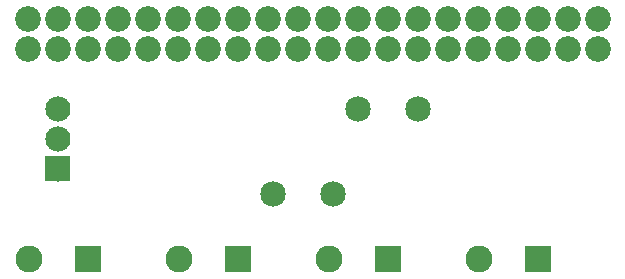
<source format=gbs>
G04 MADE WITH FRITZING*
G04 WWW.FRITZING.ORG*
G04 DOUBLE SIDED*
G04 HOLES PLATED*
G04 CONTOUR ON CENTER OF CONTOUR VECTOR*
%ASAXBY*%
%FSLAX23Y23*%
%MOIN*%
%OFA0B0*%
%SFA1.0B1.0*%
%ADD10C,0.085361*%
%ADD11C,0.090000*%
%ADD12C,0.085000*%
%ADD13C,0.084000*%
%ADD14R,0.090000X0.090000*%
%ADD15R,0.001000X0.001000*%
%LNMASK0*%
G90*
G70*
G54D10*
X121Y979D03*
X221Y979D03*
X321Y979D03*
X421Y979D03*
X521Y979D03*
X621Y979D03*
X721Y979D03*
X821Y979D03*
X921Y979D03*
X1021Y979D03*
X1121Y979D03*
X1221Y979D03*
X1321Y979D03*
X1421Y979D03*
X1521Y979D03*
X1621Y979D03*
X1721Y979D03*
X1821Y979D03*
X1921Y979D03*
X2021Y979D03*
X2021Y1079D03*
X1921Y1079D03*
X1821Y1079D03*
X1721Y1079D03*
X1621Y1079D03*
X1521Y1079D03*
X1421Y1079D03*
X1321Y1079D03*
X1221Y1079D03*
X1121Y1079D03*
X1021Y1079D03*
X921Y1079D03*
X821Y1079D03*
X721Y1079D03*
X621Y1079D03*
X521Y1079D03*
X421Y1079D03*
X321Y1079D03*
X221Y1079D03*
X121Y1079D03*
G54D11*
X1821Y279D03*
X1624Y279D03*
X1321Y279D03*
X1124Y279D03*
X821Y279D03*
X624Y279D03*
X321Y279D03*
X124Y279D03*
G54D12*
X1221Y779D03*
X938Y496D03*
X1421Y779D03*
X1138Y496D03*
G54D13*
X221Y579D03*
X221Y679D03*
X221Y779D03*
G54D14*
X1821Y279D03*
X1321Y279D03*
X821Y279D03*
X321Y279D03*
G54D15*
X180Y621D02*
X262Y621D01*
X179Y620D02*
X262Y620D01*
X179Y619D02*
X262Y619D01*
X179Y618D02*
X262Y618D01*
X179Y617D02*
X262Y617D01*
X179Y616D02*
X262Y616D01*
X179Y615D02*
X262Y615D01*
X179Y614D02*
X262Y614D01*
X179Y613D02*
X262Y613D01*
X179Y612D02*
X262Y612D01*
X179Y611D02*
X262Y611D01*
X179Y610D02*
X262Y610D01*
X179Y609D02*
X262Y609D01*
X179Y608D02*
X262Y608D01*
X179Y607D02*
X262Y607D01*
X179Y606D02*
X262Y606D01*
X179Y605D02*
X262Y605D01*
X179Y604D02*
X262Y604D01*
X179Y603D02*
X262Y603D01*
X179Y602D02*
X262Y602D01*
X179Y601D02*
X262Y601D01*
X179Y600D02*
X262Y600D01*
X179Y599D02*
X262Y599D01*
X179Y598D02*
X262Y598D01*
X179Y597D02*
X262Y597D01*
X179Y596D02*
X262Y596D01*
X179Y595D02*
X262Y595D01*
X179Y594D02*
X262Y594D01*
X179Y593D02*
X215Y593D01*
X226Y593D02*
X262Y593D01*
X179Y592D02*
X213Y592D01*
X228Y592D02*
X262Y592D01*
X179Y591D02*
X212Y591D01*
X230Y591D02*
X262Y591D01*
X179Y590D02*
X210Y590D01*
X231Y590D02*
X262Y590D01*
X179Y589D02*
X209Y589D01*
X232Y589D02*
X262Y589D01*
X179Y588D02*
X209Y588D01*
X233Y588D02*
X262Y588D01*
X179Y587D02*
X208Y587D01*
X234Y587D02*
X262Y587D01*
X179Y586D02*
X207Y586D01*
X234Y586D02*
X262Y586D01*
X179Y585D02*
X207Y585D01*
X235Y585D02*
X262Y585D01*
X179Y584D02*
X206Y584D01*
X235Y584D02*
X262Y584D01*
X179Y583D02*
X206Y583D01*
X235Y583D02*
X262Y583D01*
X179Y582D02*
X206Y582D01*
X236Y582D02*
X262Y582D01*
X179Y581D02*
X206Y581D01*
X236Y581D02*
X262Y581D01*
X179Y580D02*
X206Y580D01*
X236Y580D02*
X262Y580D01*
X179Y579D02*
X206Y579D01*
X236Y579D02*
X262Y579D01*
X179Y578D02*
X206Y578D01*
X236Y578D02*
X262Y578D01*
X179Y577D02*
X206Y577D01*
X236Y577D02*
X262Y577D01*
X179Y576D02*
X206Y576D01*
X236Y576D02*
X262Y576D01*
X179Y575D02*
X206Y575D01*
X235Y575D02*
X262Y575D01*
X179Y574D02*
X206Y574D01*
X235Y574D02*
X262Y574D01*
X179Y573D02*
X207Y573D01*
X235Y573D02*
X262Y573D01*
X179Y572D02*
X207Y572D01*
X234Y572D02*
X262Y572D01*
X179Y571D02*
X208Y571D01*
X234Y571D02*
X262Y571D01*
X179Y570D02*
X209Y570D01*
X233Y570D02*
X262Y570D01*
X179Y569D02*
X210Y569D01*
X232Y569D02*
X262Y569D01*
X179Y568D02*
X211Y568D01*
X231Y568D02*
X262Y568D01*
X179Y567D02*
X212Y567D01*
X230Y567D02*
X262Y567D01*
X179Y566D02*
X214Y566D01*
X228Y566D02*
X262Y566D01*
X179Y565D02*
X216Y565D01*
X225Y565D02*
X262Y565D01*
X179Y564D02*
X262Y564D01*
X179Y563D02*
X262Y563D01*
X179Y562D02*
X262Y562D01*
X179Y561D02*
X262Y561D01*
X179Y560D02*
X262Y560D01*
X179Y559D02*
X262Y559D01*
X179Y558D02*
X262Y558D01*
X179Y557D02*
X262Y557D01*
X179Y556D02*
X262Y556D01*
X179Y555D02*
X262Y555D01*
X179Y554D02*
X262Y554D01*
X179Y553D02*
X262Y553D01*
X179Y552D02*
X262Y552D01*
X179Y551D02*
X262Y551D01*
X179Y550D02*
X262Y550D01*
X179Y549D02*
X262Y549D01*
X179Y548D02*
X262Y548D01*
X179Y547D02*
X262Y547D01*
X179Y546D02*
X262Y546D01*
X179Y545D02*
X262Y545D01*
X179Y544D02*
X262Y544D01*
X179Y543D02*
X262Y543D01*
X179Y542D02*
X262Y542D01*
X179Y541D02*
X262Y541D01*
X179Y540D02*
X262Y540D01*
X179Y539D02*
X262Y539D01*
X179Y538D02*
X262Y538D01*
D02*
G04 End of Mask0*
M02*
</source>
